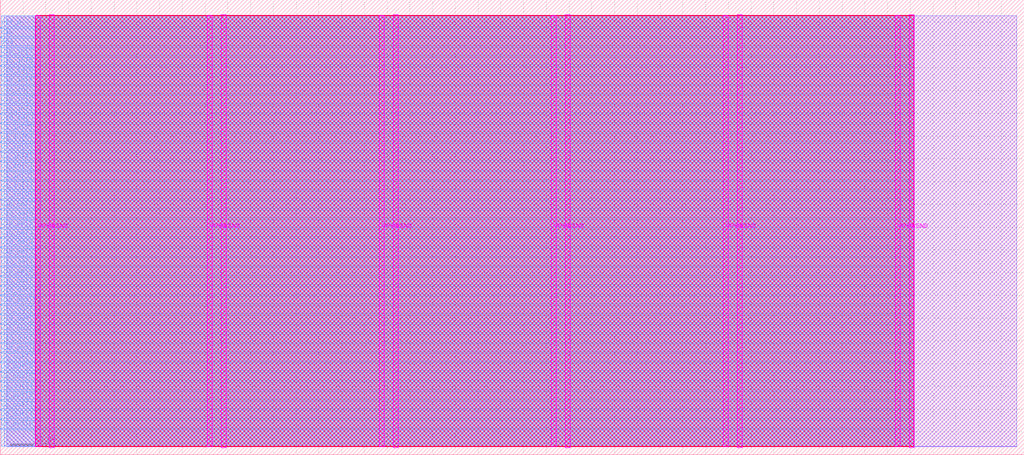
<source format=lef>
VERSION 5.7 ;
  NOWIREEXTENSIONATPIN ON ;
  DIVIDERCHAR "/" ;
  BUSBITCHARS "[]" ;
MACRO heichips25_example_small
  CLASS BLOCK ;
  FOREIGN heichips25_example_small ;
  ORIGIN 0.000 0.000 ;
  SIZE 450.000 BY 200.000 ;
  PIN VGND
    DIRECTION INOUT ;
    USE GROUND ;
    PORT
      LAYER TopMetal1 ;
        RECT 21.580 3.150 23.780 193.410 ;
    END
    PORT
      LAYER TopMetal1 ;
        RECT 97.180 3.150 99.380 193.410 ;
    END
    PORT
      LAYER TopMetal1 ;
        RECT 172.780 3.150 174.980 193.410 ;
    END
    PORT
      LAYER TopMetal1 ;
        RECT 248.380 3.150 250.580 193.410 ;
    END
    PORT
      LAYER TopMetal1 ;
        RECT 323.980 3.150 326.180 193.410 ;
    END
    PORT
      LAYER TopMetal1 ;
        RECT 399.580 3.150 401.780 193.410 ;
    END
  END VGND
  PIN VPWR
    DIRECTION INOUT ;
    USE POWER ;
    PORT
      LAYER TopMetal1 ;
        RECT 15.380 3.560 17.580 193.000 ;
    END
    PORT
      LAYER TopMetal1 ;
        RECT 90.980 3.560 93.180 193.000 ;
    END
    PORT
      LAYER TopMetal1 ;
        RECT 166.580 3.560 168.780 193.000 ;
    END
    PORT
      LAYER TopMetal1 ;
        RECT 242.180 3.560 244.380 193.000 ;
    END
    PORT
      LAYER TopMetal1 ;
        RECT 317.780 3.560 319.980 193.000 ;
    END
    PORT
      LAYER TopMetal1 ;
        RECT 393.380 3.560 395.580 193.000 ;
    END
  END VPWR
  PIN clk
    DIRECTION INPUT ;
    USE SIGNAL ;
    PORT
      LAYER Metal3 ;
        RECT 0.000 183.340 0.400 183.740 ;
    END
  END clk
  PIN ena
    DIRECTION INPUT ;
    USE SIGNAL ;
    PORT
      LAYER Metal3 ;
        RECT 0.000 179.140 0.400 179.540 ;
    END
  END ena
  PIN rst_n
    DIRECTION INPUT ;
    USE SIGNAL ;
    PORT
      LAYER Metal3 ;
        RECT 0.000 187.540 0.400 187.940 ;
    END
  END rst_n
  PIN ui_in[0]
    DIRECTION INPUT ;
    USE SIGNAL ;
    ANTENNAGATEAREA 0.180700 ;
    PORT
      LAYER Metal3 ;
        RECT 0.000 111.940 0.400 112.340 ;
    END
  END ui_in[0]
  PIN ui_in[1]
    DIRECTION INPUT ;
    USE SIGNAL ;
    ANTENNAGATEAREA 0.180700 ;
    PORT
      LAYER Metal3 ;
        RECT 0.000 116.140 0.400 116.540 ;
    END
  END ui_in[1]
  PIN ui_in[2]
    DIRECTION INPUT ;
    USE SIGNAL ;
    ANTENNAGATEAREA 0.180700 ;
    PORT
      LAYER Metal3 ;
        RECT 0.000 120.340 0.400 120.740 ;
    END
  END ui_in[2]
  PIN ui_in[3]
    DIRECTION INPUT ;
    USE SIGNAL ;
    ANTENNAGATEAREA 0.180700 ;
    PORT
      LAYER Metal3 ;
        RECT 0.000 124.540 0.400 124.940 ;
    END
  END ui_in[3]
  PIN ui_in[4]
    DIRECTION INPUT ;
    USE SIGNAL ;
    ANTENNAGATEAREA 0.180700 ;
    PORT
      LAYER Metal3 ;
        RECT 0.000 128.740 0.400 129.140 ;
    END
  END ui_in[4]
  PIN ui_in[5]
    DIRECTION INPUT ;
    USE SIGNAL ;
    ANTENNAGATEAREA 0.180700 ;
    PORT
      LAYER Metal3 ;
        RECT 0.000 132.940 0.400 133.340 ;
    END
  END ui_in[5]
  PIN ui_in[6]
    DIRECTION INPUT ;
    USE SIGNAL ;
    ANTENNAGATEAREA 0.180700 ;
    PORT
      LAYER Metal3 ;
        RECT 0.000 137.140 0.400 137.540 ;
    END
  END ui_in[6]
  PIN ui_in[7]
    DIRECTION INPUT ;
    USE SIGNAL ;
    ANTENNAGATEAREA 0.180700 ;
    PORT
      LAYER Metal3 ;
        RECT 0.000 141.340 0.400 141.740 ;
    END
  END ui_in[7]
  PIN uio_in[0]
    DIRECTION INPUT ;
    USE SIGNAL ;
    ANTENNAGATEAREA 0.180700 ;
    PORT
      LAYER Metal3 ;
        RECT 0.000 145.540 0.400 145.940 ;
    END
  END uio_in[0]
  PIN uio_in[1]
    DIRECTION INPUT ;
    USE SIGNAL ;
    ANTENNAGATEAREA 0.180700 ;
    PORT
      LAYER Metal3 ;
        RECT 0.000 149.740 0.400 150.140 ;
    END
  END uio_in[1]
  PIN uio_in[2]
    DIRECTION INPUT ;
    USE SIGNAL ;
    ANTENNAGATEAREA 0.180700 ;
    PORT
      LAYER Metal3 ;
        RECT 0.000 153.940 0.400 154.340 ;
    END
  END uio_in[2]
  PIN uio_in[3]
    DIRECTION INPUT ;
    USE SIGNAL ;
    ANTENNAGATEAREA 0.180700 ;
    PORT
      LAYER Metal3 ;
        RECT 0.000 158.140 0.400 158.540 ;
    END
  END uio_in[3]
  PIN uio_in[4]
    DIRECTION INPUT ;
    USE SIGNAL ;
    ANTENNAGATEAREA 0.180700 ;
    PORT
      LAYER Metal3 ;
        RECT 0.000 162.340 0.400 162.740 ;
    END
  END uio_in[4]
  PIN uio_in[5]
    DIRECTION INPUT ;
    USE SIGNAL ;
    ANTENNAGATEAREA 0.180700 ;
    PORT
      LAYER Metal3 ;
        RECT 0.000 166.540 0.400 166.940 ;
    END
  END uio_in[5]
  PIN uio_in[6]
    DIRECTION INPUT ;
    USE SIGNAL ;
    ANTENNAGATEAREA 0.180700 ;
    PORT
      LAYER Metal3 ;
        RECT 0.000 170.740 0.400 171.140 ;
    END
  END uio_in[6]
  PIN uio_in[7]
    DIRECTION INPUT ;
    USE SIGNAL ;
    ANTENNAGATEAREA 0.180700 ;
    PORT
      LAYER Metal3 ;
        RECT 0.000 174.940 0.400 175.340 ;
    END
  END uio_in[7]
  PIN uio_oe[0]
    DIRECTION OUTPUT ;
    USE SIGNAL ;
    ANTENNADIFFAREA 0.299200 ;
    PORT
      LAYER Metal3 ;
        RECT 0.000 78.340 0.400 78.740 ;
    END
  END uio_oe[0]
  PIN uio_oe[1]
    DIRECTION OUTPUT ;
    USE SIGNAL ;
    ANTENNADIFFAREA 0.299200 ;
    PORT
      LAYER Metal3 ;
        RECT 0.000 82.540 0.400 82.940 ;
    END
  END uio_oe[1]
  PIN uio_oe[2]
    DIRECTION OUTPUT ;
    USE SIGNAL ;
    ANTENNADIFFAREA 0.299200 ;
    PORT
      LAYER Metal3 ;
        RECT 0.000 86.740 0.400 87.140 ;
    END
  END uio_oe[2]
  PIN uio_oe[3]
    DIRECTION OUTPUT ;
    USE SIGNAL ;
    ANTENNADIFFAREA 0.299200 ;
    PORT
      LAYER Metal3 ;
        RECT 0.000 90.940 0.400 91.340 ;
    END
  END uio_oe[3]
  PIN uio_oe[4]
    DIRECTION OUTPUT ;
    USE SIGNAL ;
    ANTENNADIFFAREA 0.299200 ;
    PORT
      LAYER Metal3 ;
        RECT 0.000 95.140 0.400 95.540 ;
    END
  END uio_oe[4]
  PIN uio_oe[5]
    DIRECTION OUTPUT ;
    USE SIGNAL ;
    ANTENNADIFFAREA 0.299200 ;
    PORT
      LAYER Metal3 ;
        RECT 0.000 99.340 0.400 99.740 ;
    END
  END uio_oe[5]
  PIN uio_oe[6]
    DIRECTION OUTPUT ;
    USE SIGNAL ;
    ANTENNADIFFAREA 0.299200 ;
    PORT
      LAYER Metal3 ;
        RECT 0.000 103.540 0.400 103.940 ;
    END
  END uio_oe[6]
  PIN uio_oe[7]
    DIRECTION OUTPUT ;
    USE SIGNAL ;
    ANTENNADIFFAREA 0.299200 ;
    PORT
      LAYER Metal3 ;
        RECT 0.000 107.740 0.400 108.140 ;
    END
  END uio_oe[7]
  PIN uio_out[0]
    DIRECTION OUTPUT ;
    USE SIGNAL ;
    ANTENNADIFFAREA 0.299200 ;
    PORT
      LAYER Metal3 ;
        RECT 0.000 44.740 0.400 45.140 ;
    END
  END uio_out[0]
  PIN uio_out[1]
    DIRECTION OUTPUT ;
    USE SIGNAL ;
    ANTENNADIFFAREA 0.299200 ;
    PORT
      LAYER Metal3 ;
        RECT 0.000 48.940 0.400 49.340 ;
    END
  END uio_out[1]
  PIN uio_out[2]
    DIRECTION OUTPUT ;
    USE SIGNAL ;
    ANTENNADIFFAREA 0.299200 ;
    PORT
      LAYER Metal3 ;
        RECT 0.000 53.140 0.400 53.540 ;
    END
  END uio_out[2]
  PIN uio_out[3]
    DIRECTION OUTPUT ;
    USE SIGNAL ;
    ANTENNADIFFAREA 0.299200 ;
    PORT
      LAYER Metal3 ;
        RECT 0.000 57.340 0.400 57.740 ;
    END
  END uio_out[3]
  PIN uio_out[4]
    DIRECTION OUTPUT ;
    USE SIGNAL ;
    ANTENNADIFFAREA 0.299200 ;
    PORT
      LAYER Metal3 ;
        RECT 0.000 61.540 0.400 61.940 ;
    END
  END uio_out[4]
  PIN uio_out[5]
    DIRECTION OUTPUT ;
    USE SIGNAL ;
    ANTENNADIFFAREA 0.299200 ;
    PORT
      LAYER Metal3 ;
        RECT 0.000 65.740 0.400 66.140 ;
    END
  END uio_out[5]
  PIN uio_out[6]
    DIRECTION OUTPUT ;
    USE SIGNAL ;
    ANTENNADIFFAREA 0.299200 ;
    PORT
      LAYER Metal3 ;
        RECT 0.000 69.940 0.400 70.340 ;
    END
  END uio_out[6]
  PIN uio_out[7]
    DIRECTION OUTPUT ;
    USE SIGNAL ;
    ANTENNADIFFAREA 0.299200 ;
    PORT
      LAYER Metal3 ;
        RECT 0.000 74.140 0.400 74.540 ;
    END
  END uio_out[7]
  PIN uo_out[0]
    DIRECTION OUTPUT ;
    USE SIGNAL ;
    ANTENNADIFFAREA 0.708600 ;
    PORT
      LAYER Metal3 ;
        RECT 0.000 11.140 0.400 11.540 ;
    END
  END uo_out[0]
  PIN uo_out[1]
    DIRECTION OUTPUT ;
    USE SIGNAL ;
    ANTENNADIFFAREA 0.708600 ;
    PORT
      LAYER Metal3 ;
        RECT 0.000 15.340 0.400 15.740 ;
    END
  END uo_out[1]
  PIN uo_out[2]
    DIRECTION OUTPUT ;
    USE SIGNAL ;
    ANTENNADIFFAREA 0.708600 ;
    PORT
      LAYER Metal3 ;
        RECT 0.000 19.540 0.400 19.940 ;
    END
  END uo_out[2]
  PIN uo_out[3]
    DIRECTION OUTPUT ;
    USE SIGNAL ;
    ANTENNADIFFAREA 0.708600 ;
    PORT
      LAYER Metal3 ;
        RECT 0.000 23.740 0.400 24.140 ;
    END
  END uo_out[3]
  PIN uo_out[4]
    DIRECTION OUTPUT ;
    USE SIGNAL ;
    ANTENNADIFFAREA 0.708600 ;
    PORT
      LAYER Metal3 ;
        RECT 0.000 27.940 0.400 28.340 ;
    END
  END uo_out[4]
  PIN uo_out[5]
    DIRECTION OUTPUT ;
    USE SIGNAL ;
    ANTENNADIFFAREA 0.708600 ;
    PORT
      LAYER Metal3 ;
        RECT 0.000 32.140 0.400 32.540 ;
    END
  END uo_out[5]
  PIN uo_out[6]
    DIRECTION OUTPUT ;
    USE SIGNAL ;
    ANTENNADIFFAREA 0.708600 ;
    PORT
      LAYER Metal3 ;
        RECT 0.000 36.340 0.400 36.740 ;
    END
  END uo_out[6]
  PIN uo_out[7]
    DIRECTION OUTPUT ;
    USE SIGNAL ;
    ANTENNADIFFAREA 0.708600 ;
    PORT
      LAYER Metal3 ;
        RECT 0.000 40.540 0.400 40.940 ;
    END
  END uo_out[7]
  OBS
      LAYER GatPoly ;
        RECT 2.880 3.630 446.880 192.930 ;
      LAYER Metal1 ;
        RECT 2.880 3.560 446.880 193.000 ;
      LAYER Metal2 ;
        RECT 1.815 3.635 401.600 192.925 ;
      LAYER Metal3 ;
        RECT 0.400 188.150 401.645 192.880 ;
        RECT 0.610 187.330 401.645 188.150 ;
        RECT 0.400 183.950 401.645 187.330 ;
        RECT 0.610 183.130 401.645 183.950 ;
        RECT 0.400 179.750 401.645 183.130 ;
        RECT 0.610 178.930 401.645 179.750 ;
        RECT 0.400 175.550 401.645 178.930 ;
        RECT 0.610 174.730 401.645 175.550 ;
        RECT 0.400 171.350 401.645 174.730 ;
        RECT 0.610 170.530 401.645 171.350 ;
        RECT 0.400 167.150 401.645 170.530 ;
        RECT 0.610 166.330 401.645 167.150 ;
        RECT 0.400 162.950 401.645 166.330 ;
        RECT 0.610 162.130 401.645 162.950 ;
        RECT 0.400 158.750 401.645 162.130 ;
        RECT 0.610 157.930 401.645 158.750 ;
        RECT 0.400 154.550 401.645 157.930 ;
        RECT 0.610 153.730 401.645 154.550 ;
        RECT 0.400 150.350 401.645 153.730 ;
        RECT 0.610 149.530 401.645 150.350 ;
        RECT 0.400 146.150 401.645 149.530 ;
        RECT 0.610 145.330 401.645 146.150 ;
        RECT 0.400 141.950 401.645 145.330 ;
        RECT 0.610 141.130 401.645 141.950 ;
        RECT 0.400 137.750 401.645 141.130 ;
        RECT 0.610 136.930 401.645 137.750 ;
        RECT 0.400 133.550 401.645 136.930 ;
        RECT 0.610 132.730 401.645 133.550 ;
        RECT 0.400 129.350 401.645 132.730 ;
        RECT 0.610 128.530 401.645 129.350 ;
        RECT 0.400 125.150 401.645 128.530 ;
        RECT 0.610 124.330 401.645 125.150 ;
        RECT 0.400 120.950 401.645 124.330 ;
        RECT 0.610 120.130 401.645 120.950 ;
        RECT 0.400 116.750 401.645 120.130 ;
        RECT 0.610 115.930 401.645 116.750 ;
        RECT 0.400 112.550 401.645 115.930 ;
        RECT 0.610 111.730 401.645 112.550 ;
        RECT 0.400 108.350 401.645 111.730 ;
        RECT 0.610 107.530 401.645 108.350 ;
        RECT 0.400 104.150 401.645 107.530 ;
        RECT 0.610 103.330 401.645 104.150 ;
        RECT 0.400 99.950 401.645 103.330 ;
        RECT 0.610 99.130 401.645 99.950 ;
        RECT 0.400 95.750 401.645 99.130 ;
        RECT 0.610 94.930 401.645 95.750 ;
        RECT 0.400 91.550 401.645 94.930 ;
        RECT 0.610 90.730 401.645 91.550 ;
        RECT 0.400 87.350 401.645 90.730 ;
        RECT 0.610 86.530 401.645 87.350 ;
        RECT 0.400 83.150 401.645 86.530 ;
        RECT 0.610 82.330 401.645 83.150 ;
        RECT 0.400 78.950 401.645 82.330 ;
        RECT 0.610 78.130 401.645 78.950 ;
        RECT 0.400 74.750 401.645 78.130 ;
        RECT 0.610 73.930 401.645 74.750 ;
        RECT 0.400 70.550 401.645 73.930 ;
        RECT 0.610 69.730 401.645 70.550 ;
        RECT 0.400 66.350 401.645 69.730 ;
        RECT 0.610 65.530 401.645 66.350 ;
        RECT 0.400 62.150 401.645 65.530 ;
        RECT 0.610 61.330 401.645 62.150 ;
        RECT 0.400 57.950 401.645 61.330 ;
        RECT 0.610 57.130 401.645 57.950 ;
        RECT 0.400 53.750 401.645 57.130 ;
        RECT 0.610 52.930 401.645 53.750 ;
        RECT 0.400 49.550 401.645 52.930 ;
        RECT 0.610 48.730 401.645 49.550 ;
        RECT 0.400 45.350 401.645 48.730 ;
        RECT 0.610 44.530 401.645 45.350 ;
        RECT 0.400 41.150 401.645 44.530 ;
        RECT 0.610 40.330 401.645 41.150 ;
        RECT 0.400 36.950 401.645 40.330 ;
        RECT 0.610 36.130 401.645 36.950 ;
        RECT 0.400 32.750 401.645 36.130 ;
        RECT 0.610 31.930 401.645 32.750 ;
        RECT 0.400 28.550 401.645 31.930 ;
        RECT 0.610 27.730 401.645 28.550 ;
        RECT 0.400 24.350 401.645 27.730 ;
        RECT 0.610 23.530 401.645 24.350 ;
        RECT 0.400 20.150 401.645 23.530 ;
        RECT 0.610 19.330 401.645 20.150 ;
        RECT 0.400 15.950 401.645 19.330 ;
        RECT 0.610 15.130 401.645 15.950 ;
        RECT 0.400 11.750 401.645 15.130 ;
        RECT 0.610 10.930 401.645 11.750 ;
        RECT 0.400 3.680 401.645 10.930 ;
      LAYER Metal4 ;
        RECT 15.560 3.635 401.600 192.925 ;
      LAYER Metal5 ;
        RECT 15.515 3.470 401.645 193.090 ;
  END
END heichips25_example_small
END LIBRARY


</source>
